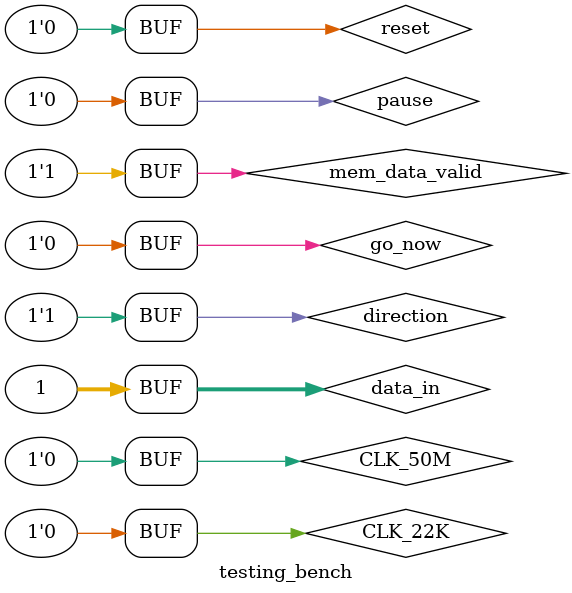
<source format=sv>
module fsm_flash (CLK_50M, CLK_22K, data_in, mem_data_valid, address, start_read_memory, byteenable, reset, pause, direction, data_out, go_now);
	input [31:0] data_in;
	output logic [15:0] data_out;
	input mem_data_valid, CLK_50M, reset, CLK_22K, go_now, pause, direction;
	output [22:0] address;
	output logic start_read_memory;
	output logic [3:0] byteenable;

	logic [11:0] state;
	logic get_new_address, odd_addr, even_addr, got_new_address;

	parameter idle = 					12'b0000_0000_0000;
	parameter wait_state = 				12'b0001_0000_0000;
	parameter get_addressfsm_on = 		12'b0010_0010_0000;
	parameter get_addressfsm_off = 		12'b0011_0001_1111;
	parameter odd_address = 			12'b0100_1000_0000;
	parameter even_or_odd = 			12'b0101_0000_0000;
	parameter even_address = 			12'b0110_0100_0000;
	parameter clock_Wait =				12'b0111_0000_0000;
	parameter clock_Wait2 = 			12'b1000_0000_0000;
	
	assign	byteenable = 				state[3:0]; // bits for flash
	assign	start_read_memory =			state[4]; // read signal for flash
	assign	get_new_address = 			state[5]; // signal for starting get_address fsm
	assign	odd_addr = 					state[7]; // odd address bit
	assign 	even_addr = 				state[6]; // even address bit
	

	get_address getNow(CLK_50M, reset, direction, address, get_new_address, got_new_address); // instaintiating get_address to get address

   
	always_ff @(posedge CLK_50M or posedge reset)
		begin
			if(reset) 
				begin
				 	state <= idle;
				end 
			else
				begin
					case(state)
						idle: 
							begin
								if(go_now & !pause) state <= get_addressfsm_on; // gets address
								else state <= idle; // waits until we get a start signal from the edge detector
							end
						
						get_addressfsm_on: // wait until we get a ending signal from get_address fsm
							begin
								if(got_new_address)
							    	state <= get_addressfsm_off;
								else
									state <= wait_state; // wait until ending signal
							end

						wait_state: // wait until ending signal and switch off start signal for get_address fsm
							begin
								if(got_new_address) 
									state <= clock_Wait;
								else 
									state <= wait_state;
							end

						// wait for CLK_22K to go to one to, sync it with 50M clock
						clock_Wait:
							begin
								if(!CLK_22K) 
									state <= clock_Wait2;
								else 
									state <= clock_Wait;
							end

						clock_Wait2: 
							begin 
								if(CLK_22K) 
									state <= get_addressfsm_off;
								else
									state <= clock_Wait2;
							end

						get_addressfsm_off: // wait to get a read valid from the flash memory
							begin
								if(mem_data_valid & !pause) 
									state <= even_or_odd; 
							    else 
							    	state <= get_addressfsm_off;
							end

						even_or_odd: // check if the address is even or odd, and based on that assign even and odd
							begin
								if(even_addr)
									state <= odd_address; 
								else
									state <= even_address;

							end

						odd_address: // if odd address
							begin
								state <= idle;
							end
 
						even_addr: // if even address
							begin
								state <= idle;
							end


						default: // default
							begin
								state <= idle;
							end

					endcase
				end
		end

		always_ff @(posedge even_addr or posedge odd_addr) // at posedge of even or odd, check if the address is even or add and assign values to data_out accordingly
			begin
				if(even_addr) 
					data_out = data_in[15:0];
				else
					data_out = data_in[31:16];
				
			end
		



endmodule

module testing_bench();
	logic [31:0] data_in;
	logic mem_data_valid, CLK_50M, reset, go_now, CLK_22K, pause, direction;
	wire [22:0] address;
	wire start_read_memory;
	wire [3:0] byteenable;
	wire [15:0] data_out;

	fsm_flash why_is_this(CLK_50M, CLK_22K, data_in, mem_data_valid, address, start_read_memory, byteenable, reset, pause, direction, data_out, go_now);

	initial begin
		CLK_50M = 1'b0;
		reset = 1'b1;
		data_in = 32'b1;
		mem_data_valid = 1'b0;
		pause = 1'b0;
		direction = 1'b1;
		go_now = 1'b1;
		#5
		CLK_50M = 1'b1;
		#5
		CLK_50M = 1'b0;
		reset = 1'b0;
		#5
		CLK_50M = 1'b1;
		go_now = 1'b1;
		#5;
		CLK_50M = 1'b0;
		go_now = 1'b0;
		#5
		CLK_50M = 1'b1;
		CLK_22K = 1'b0;
		#5
		CLK_50M = 1'b0;
		#5
		CLK_50M = 1'b1;
		CLK_22K = 1'b0;
		#5
		CLK_50M = 1'b0;
		#5
		CLK_50M = 1'b1;
		#5
		CLK_50M = 1'b0;
		#5
		
		CLK_50M = 1'b1;
		#5
		CLK_50M = 1'b0;
		#5
		
		CLK_50M = 1'b1;

		#5
		CLK_50M = 1'b0;
		#5
		CLK_50M = 1'b1;
		mem_data_valid = 1'b1;
		CLK_22K = 1'b1;
		
		#5
		CLK_50M = 1'b0;
		#5
		CLK_50M = 1'b1;
		CLK_22K = 1'b0;
		#5
		CLK_50M = 1'b0;
		#5
		CLK_50M = 1'b1;
		#5
		CLK_50M = 1'b0;
		#5;


	end

endmodule
</source>
